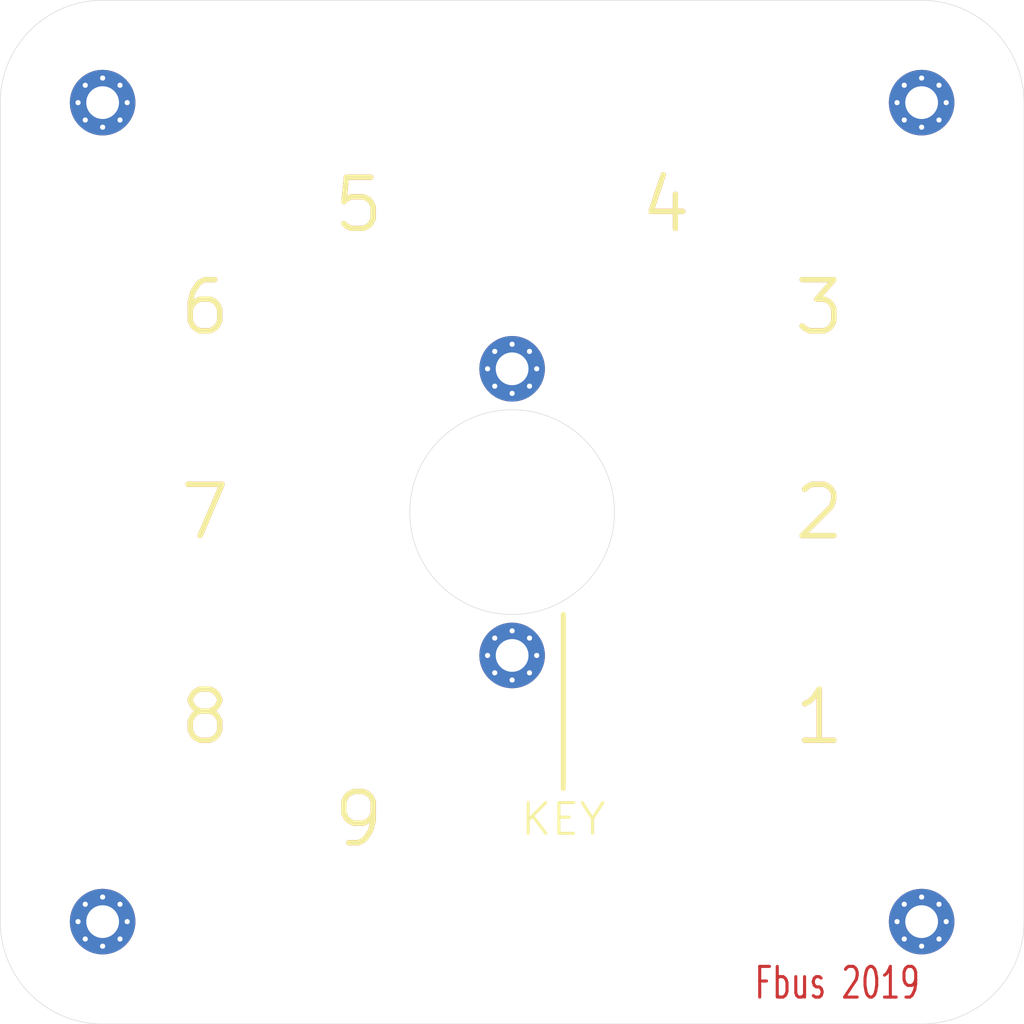
<source format=kicad_pcb>
(kicad_pcb (version 20171130) (host pcbnew "(5.1.4)-1")

  (general
    (thickness 1.6)
    (drawings 30)
    (tracks 0)
    (zones 0)
    (modules 15)
    (nets 1)
  )

  (page A4)
  (layers
    (0 F.Cu signal)
    (31 B.Cu signal)
    (32 B.Adhes user)
    (33 F.Adhes user)
    (34 B.Paste user)
    (35 F.Paste user)
    (36 B.SilkS user)
    (37 F.SilkS user)
    (38 B.Mask user)
    (39 F.Mask user)
    (40 Dwgs.User user)
    (41 Cmts.User user)
    (42 Eco1.User user)
    (43 Eco2.User user)
    (44 Edge.Cuts user)
    (45 Margin user)
    (46 B.CrtYd user)
    (47 F.CrtYd user)
    (48 B.Fab user)
    (49 F.Fab user)
  )

  (setup
    (last_trace_width 0.25)
    (trace_clearance 0.2)
    (zone_clearance 0.508)
    (zone_45_only no)
    (trace_min 0.2)
    (via_size 0.8)
    (via_drill 0.4)
    (via_min_size 0.4)
    (via_min_drill 0.3)
    (uvia_size 0.3)
    (uvia_drill 0.1)
    (uvias_allowed no)
    (uvia_min_size 0.2)
    (uvia_min_drill 0.1)
    (edge_width 0.05)
    (segment_width 0.2)
    (pcb_text_width 0.3)
    (pcb_text_size 1.5 1.5)
    (mod_edge_width 0.12)
    (mod_text_size 1 1)
    (mod_text_width 0.15)
    (pad_size 1.524 1.524)
    (pad_drill 0.762)
    (pad_to_mask_clearance 0.051)
    (solder_mask_min_width 0.25)
    (aux_axis_origin 0 0)
    (visible_elements 7FFFFFFF)
    (pcbplotparams
      (layerselection 0x010fc_ffffffff)
      (usegerberextensions false)
      (usegerberattributes false)
      (usegerberadvancedattributes false)
      (creategerberjobfile false)
      (excludeedgelayer true)
      (linewidth 0.100000)
      (plotframeref false)
      (viasonmask false)
      (mode 1)
      (useauxorigin false)
      (hpglpennumber 1)
      (hpglpenspeed 20)
      (hpglpendiameter 15.000000)
      (psnegative false)
      (psa4output false)
      (plotreference true)
      (plotvalue true)
      (plotinvisibletext false)
      (padsonsilk false)
      (subtractmaskfromsilk false)
      (outputformat 1)
      (mirror false)
      (drillshape 0)
      (scaleselection 1)
      (outputdirectory "gerbers/"))
  )

  (net 0 "")

  (net_class Default "This is the default net class."
    (clearance 0.2)
    (trace_width 0.25)
    (via_dia 0.8)
    (via_drill 0.4)
    (uvia_dia 0.3)
    (uvia_drill 0.1)
  )

  (module MountingHole:MountingHole_8.4mm_M8 (layer F.Cu) (tedit 56D1B4CB) (tstamp 5D9E1410)
    (at 60 120)
    (descr "Mounting Hole 8.4mm, no annular, M8")
    (tags "mounting hole 8.4mm no annular m8")
    (attr virtual)
    (fp_text reference REF** (at 0 -9.4) (layer F.SilkS) hide
      (effects (font (size 1 1) (thickness 0.15)))
    )
    (fp_text value MountingHole_8.4mm_M8 (at 0 9.4) (layer F.Fab) hide
      (effects (font (size 1 1) (thickness 0.15)))
    )
    (fp_circle (center 0 0) (end 8.65 0) (layer F.CrtYd) (width 0.05))
    (fp_circle (center 0 0) (end 8.4 0) (layer Cmts.User) (width 0.15))
    (fp_text user %R (at 0.3 0) (layer F.Fab) hide
      (effects (font (size 1 1) (thickness 0.15)))
    )
    (pad 1 np_thru_hole circle (at 0 0) (size 8.4 8.4) (drill 8.4) (layers *.Cu *.Mask))
  )

  (module MountingHole:MountingHole_8.4mm_M8 (layer F.Cu) (tedit 56D1B4CB) (tstamp 5D9E5CEF)
    (at 60 80)
    (descr "Mounting Hole 8.4mm, no annular, M8")
    (tags "mounting hole 8.4mm no annular m8")
    (attr virtual)
    (fp_text reference REF** (at 0 -9.4) (layer F.SilkS) hide
      (effects (font (size 1 1) (thickness 0.15)))
    )
    (fp_text value MountingHole_8.4mm_M8 (at 0 9.4) (layer F.Fab) hide
      (effects (font (size 1 1) (thickness 0.15)))
    )
    (fp_text user %R (at 0.3 0) (layer F.Fab) hide
      (effects (font (size 1 1) (thickness 0.15)))
    )
    (fp_circle (center 0 0) (end 8.4 0) (layer Cmts.User) (width 0.15))
    (fp_circle (center 0 0) (end 8.65 0) (layer F.CrtYd) (width 0.05))
    (pad 1 np_thru_hole circle (at 0 0) (size 8.4 8.4) (drill 8.4) (layers *.Cu *.Mask))
  )

  (module MountingHole:MountingHole_8.4mm_M8 (layer F.Cu) (tedit 56D1B4CB) (tstamp 5D9E5CBB)
    (at 60 100)
    (descr "Mounting Hole 8.4mm, no annular, M8")
    (tags "mounting hole 8.4mm no annular m8")
    (attr virtual)
    (fp_text reference REF** (at 0 -9.4) (layer F.SilkS) hide
      (effects (font (size 1 1) (thickness 0.15)))
    )
    (fp_text value MountingHole_8.4mm_M8 (at 0 9.4) (layer F.Fab) hide
      (effects (font (size 1 1) (thickness 0.15)))
    )
    (fp_circle (center 0 0) (end 8.65 0) (layer F.CrtYd) (width 0.05))
    (fp_circle (center 0 0) (end 8.4 0) (layer Cmts.User) (width 0.15))
    (fp_text user %R (at 0.3 0) (layer F.Fab) hide
      (effects (font (size 1 1) (thickness 0.15)))
    )
    (pad 1 np_thru_hole circle (at 0 0) (size 8.4 8.4) (drill 8.4) (layers *.Cu *.Mask))
  )

  (module MountingHole:MountingHole_8.4mm_M8 (layer F.Cu) (tedit 56D1B4CB) (tstamp 5D9E5CAD)
    (at 85 140)
    (descr "Mounting Hole 8.4mm, no annular, M8")
    (tags "mounting hole 8.4mm no annular m8")
    (attr virtual)
    (fp_text reference REF** (at 0 -9.4) (layer F.SilkS) hide
      (effects (font (size 1 1) (thickness 0.15)))
    )
    (fp_text value MountingHole_8.4mm_M8 (at 0 9.4) (layer F.Fab) hide
      (effects (font (size 1 1) (thickness 0.15)))
    )
    (fp_text user %R (at 0.3 0) (layer F.Fab) hide
      (effects (font (size 1 1) (thickness 0.15)))
    )
    (fp_circle (center 0 0) (end 8.4 0) (layer Cmts.User) (width 0.15))
    (fp_circle (center 0 0) (end 8.65 0) (layer F.CrtYd) (width 0.05))
    (pad 1 np_thru_hole circle (at 0 0) (size 8.4 8.4) (drill 8.4) (layers *.Cu *.Mask))
  )

  (module MountingHole:MountingHole_8.4mm_M8 (layer F.Cu) (tedit 56D1B4CB) (tstamp 5D9E5C9F)
    (at 140 120)
    (descr "Mounting Hole 8.4mm, no annular, M8")
    (tags "mounting hole 8.4mm no annular m8")
    (attr virtual)
    (fp_text reference REF** (at 0 -9.4) (layer F.SilkS) hide
      (effects (font (size 1 1) (thickness 0.15)))
    )
    (fp_text value MountingHole_8.4mm_M8 (at 0 9.4) (layer F.Fab) hide
      (effects (font (size 1 1) (thickness 0.15)))
    )
    (fp_circle (center 0 0) (end 8.65 0) (layer F.CrtYd) (width 0.05))
    (fp_circle (center 0 0) (end 8.4 0) (layer Cmts.User) (width 0.15))
    (fp_text user %R (at 0.3 0) (layer F.Fab) hide
      (effects (font (size 1 1) (thickness 0.15)))
    )
    (pad 1 np_thru_hole circle (at 0 0) (size 8.4 8.4) (drill 8.4) (layers *.Cu *.Mask))
  )

  (module MountingHole:MountingHole_8.4mm_M8 (layer F.Cu) (tedit 56D1B4CB) (tstamp 5D9E5C91)
    (at 140 100)
    (descr "Mounting Hole 8.4mm, no annular, M8")
    (tags "mounting hole 8.4mm no annular m8")
    (attr virtual)
    (fp_text reference REF** (at 0 -9.4) (layer F.SilkS) hide
      (effects (font (size 1 1) (thickness 0.15)))
    )
    (fp_text value MountingHole_8.4mm_M8 (at 0 9.4) (layer F.Fab) hide
      (effects (font (size 1 1) (thickness 0.15)))
    )
    (fp_text user %R (at 0.3 0) (layer F.Fab) hide
      (effects (font (size 1 1) (thickness 0.15)))
    )
    (fp_circle (center 0 0) (end 8.4 0) (layer Cmts.User) (width 0.15))
    (fp_circle (center 0 0) (end 8.65 0) (layer F.CrtYd) (width 0.05))
    (pad 1 np_thru_hole circle (at 0 0) (size 8.4 8.4) (drill 8.4) (layers *.Cu *.Mask))
  )

  (module MountingHole:MountingHole_8.4mm_M8 (layer F.Cu) (tedit 56D1B4CB) (tstamp 5D9E1369)
    (at 140 80)
    (descr "Mounting Hole 8.4mm, no annular, M8")
    (tags "mounting hole 8.4mm no annular m8")
    (attr virtual)
    (fp_text reference REF** (at 0 -9.4) (layer F.SilkS) hide
      (effects (font (size 1 1) (thickness 0.15)))
    )
    (fp_text value MountingHole_8.4mm_M8 (at 0 9.4) (layer F.Fab) hide
      (effects (font (size 1 1) (thickness 0.15)))
    )
    (fp_circle (center 0 0) (end 8.65 0) (layer F.CrtYd) (width 0.05))
    (fp_circle (center 0 0) (end 8.4 0) (layer Cmts.User) (width 0.15))
    (fp_text user %R (at 0.3 0) (layer F.Fab) hide
      (effects (font (size 1 1) (thickness 0.15)))
    )
    (pad 1 np_thru_hole circle (at 0 0) (size 8.4 8.4) (drill 8.4) (layers *.Cu *.Mask))
  )

  (module MountingHole:MountingHole_8.4mm_M8 (layer F.Cu) (tedit 56D1B4CB) (tstamp 5D9E5C75)
    (at 115 60)
    (descr "Mounting Hole 8.4mm, no annular, M8")
    (tags "mounting hole 8.4mm no annular m8")
    (attr virtual)
    (fp_text reference REF** (at 0 -9.4) (layer F.SilkS) hide
      (effects (font (size 1 1) (thickness 0.15)))
    )
    (fp_text value MountingHole_8.4mm_M8 (at 0 9.4) (layer F.Fab) hide
      (effects (font (size 1 1) (thickness 0.15)))
    )
    (fp_text user %R (at 0.3 0) (layer F.Fab) hide
      (effects (font (size 1 1) (thickness 0.15)))
    )
    (fp_circle (center 0 0) (end 8.4 0) (layer Cmts.User) (width 0.15))
    (fp_circle (center 0 0) (end 8.65 0) (layer F.CrtYd) (width 0.05))
    (pad 1 np_thru_hole circle (at 0 0) (size 8.4 8.4) (drill 8.4) (layers *.Cu *.Mask))
  )

  (module MountingHole:MountingHole_8.4mm_M8 (layer F.Cu) (tedit 56D1B4CB) (tstamp 5D9E5C2C)
    (at 85 60)
    (descr "Mounting Hole 8.4mm, no annular, M8")
    (tags "mounting hole 8.4mm no annular m8")
    (attr virtual)
    (fp_text reference REF** (at 0 -9.4) (layer F.SilkS) hide
      (effects (font (size 1 1) (thickness 0.15)))
    )
    (fp_text value MountingHole_8.4mm_M8 (at 0 9.4) (layer F.Fab) hide
      (effects (font (size 1 1) (thickness 0.15)))
    )
    (fp_circle (center 0 0) (end 8.65 0) (layer F.CrtYd) (width 0.05))
    (fp_circle (center 0 0) (end 8.4 0) (layer Cmts.User) (width 0.15))
    (fp_text user %R (at 0.3 0) (layer F.Fab) hide
      (effects (font (size 1 1) (thickness 0.15)))
    )
    (pad 1 np_thru_hole circle (at 0 0) (size 8.4 8.4) (drill 8.4) (layers *.Cu *.Mask))
  )

  (module MountingHole:MountingHole_3.2mm_M3_Pad_Via (layer F.Cu) (tedit 56DDBCCA) (tstamp 5D9E586B)
    (at 100 86)
    (descr "Mounting Hole 3.2mm, M3")
    (tags "mounting hole 3.2mm m3")
    (attr virtual)
    (fp_text reference e (at 0 -4.2) (layer F.SilkS) hide
      (effects (font (size 1 1) (thickness 0.15)))
    )
    (fp_text value MountingHole_3.2mm_M3_Pad_Via (at 0 4.2) (layer F.Fab) hide
      (effects (font (size 1 1) (thickness 0.15)))
    )
    (fp_text user %R (at 0.3 0) (layer F.Fab) hide
      (effects (font (size 1 1) (thickness 0.15)))
    )
    (fp_circle (center 0 0) (end 3.2 0) (layer Cmts.User) (width 0.15))
    (fp_circle (center 0 0) (end 3.45 0) (layer F.CrtYd) (width 0.05))
    (pad 1 thru_hole circle (at 0 0) (size 6.4 6.4) (drill 3.2) (layers *.Cu *.Mask))
    (pad 1 thru_hole circle (at 2.4 0) (size 0.8 0.8) (drill 0.5) (layers *.Cu *.Mask))
    (pad 1 thru_hole circle (at 1.697056 1.697056) (size 0.8 0.8) (drill 0.5) (layers *.Cu *.Mask))
    (pad 1 thru_hole circle (at 0 2.4) (size 0.8 0.8) (drill 0.5) (layers *.Cu *.Mask))
    (pad 1 thru_hole circle (at -1.697056 1.697056) (size 0.8 0.8) (drill 0.5) (layers *.Cu *.Mask))
    (pad 1 thru_hole circle (at -2.4 0) (size 0.8 0.8) (drill 0.5) (layers *.Cu *.Mask))
    (pad 1 thru_hole circle (at -1.697056 -1.697056) (size 0.8 0.8) (drill 0.5) (layers *.Cu *.Mask))
    (pad 1 thru_hole circle (at 0 -2.4) (size 0.8 0.8) (drill 0.5) (layers *.Cu *.Mask))
    (pad 1 thru_hole circle (at 1.697056 -1.697056) (size 0.8 0.8) (drill 0.5) (layers *.Cu *.Mask))
  )

  (module MountingHole:MountingHole_3.2mm_M3_Pad_Via (layer F.Cu) (tedit 56DDBCCA) (tstamp 5D9E584D)
    (at 100 114)
    (descr "Mounting Hole 3.2mm, M3")
    (tags "mounting hole 3.2mm m3")
    (attr virtual)
    (fp_text reference e (at 0 -4.2) (layer F.SilkS) hide
      (effects (font (size 1 1) (thickness 0.15)))
    )
    (fp_text value MountingHole_3.2mm_M3_Pad_Via (at 0 4.2) (layer F.Fab) hide
      (effects (font (size 1 1) (thickness 0.15)))
    )
    (fp_circle (center 0 0) (end 3.45 0) (layer F.CrtYd) (width 0.05))
    (fp_circle (center 0 0) (end 3.2 0) (layer Cmts.User) (width 0.15))
    (fp_text user %R (at 0.3 0) (layer F.Fab) hide
      (effects (font (size 1 1) (thickness 0.15)))
    )
    (pad 1 thru_hole circle (at 1.697056 -1.697056) (size 0.8 0.8) (drill 0.5) (layers *.Cu *.Mask))
    (pad 1 thru_hole circle (at 0 -2.4) (size 0.8 0.8) (drill 0.5) (layers *.Cu *.Mask))
    (pad 1 thru_hole circle (at -1.697056 -1.697056) (size 0.8 0.8) (drill 0.5) (layers *.Cu *.Mask))
    (pad 1 thru_hole circle (at -2.4 0) (size 0.8 0.8) (drill 0.5) (layers *.Cu *.Mask))
    (pad 1 thru_hole circle (at -1.697056 1.697056) (size 0.8 0.8) (drill 0.5) (layers *.Cu *.Mask))
    (pad 1 thru_hole circle (at 0 2.4) (size 0.8 0.8) (drill 0.5) (layers *.Cu *.Mask))
    (pad 1 thru_hole circle (at 1.697056 1.697056) (size 0.8 0.8) (drill 0.5) (layers *.Cu *.Mask))
    (pad 1 thru_hole circle (at 2.4 0) (size 0.8 0.8) (drill 0.5) (layers *.Cu *.Mask))
    (pad 1 thru_hole circle (at 0 0) (size 6.4 6.4) (drill 3.2) (layers *.Cu *.Mask))
  )

  (module MountingHole:MountingHole_3.2mm_M3_Pad_Via (layer F.Cu) (tedit 56DDBCCA) (tstamp 5D9E582F)
    (at 140 140)
    (descr "Mounting Hole 3.2mm, M3")
    (tags "mounting hole 3.2mm m3")
    (attr virtual)
    (fp_text reference e (at 0 -4.2) (layer F.SilkS) hide
      (effects (font (size 1 1) (thickness 0.15)))
    )
    (fp_text value MountingHole_3.2mm_M3_Pad_Via (at 0 4.2) (layer F.Fab) hide
      (effects (font (size 1 1) (thickness 0.15)))
    )
    (fp_text user %R (at 0.3 0) (layer F.Fab) hide
      (effects (font (size 1 1) (thickness 0.15)))
    )
    (fp_circle (center 0 0) (end 3.2 0) (layer Cmts.User) (width 0.15))
    (fp_circle (center 0 0) (end 3.45 0) (layer F.CrtYd) (width 0.05))
    (pad 1 thru_hole circle (at 0 0) (size 6.4 6.4) (drill 3.2) (layers *.Cu *.Mask))
    (pad 1 thru_hole circle (at 2.4 0) (size 0.8 0.8) (drill 0.5) (layers *.Cu *.Mask))
    (pad 1 thru_hole circle (at 1.697056 1.697056) (size 0.8 0.8) (drill 0.5) (layers *.Cu *.Mask))
    (pad 1 thru_hole circle (at 0 2.4) (size 0.8 0.8) (drill 0.5) (layers *.Cu *.Mask))
    (pad 1 thru_hole circle (at -1.697056 1.697056) (size 0.8 0.8) (drill 0.5) (layers *.Cu *.Mask))
    (pad 1 thru_hole circle (at -2.4 0) (size 0.8 0.8) (drill 0.5) (layers *.Cu *.Mask))
    (pad 1 thru_hole circle (at -1.697056 -1.697056) (size 0.8 0.8) (drill 0.5) (layers *.Cu *.Mask))
    (pad 1 thru_hole circle (at 0 -2.4) (size 0.8 0.8) (drill 0.5) (layers *.Cu *.Mask))
    (pad 1 thru_hole circle (at 1.697056 -1.697056) (size 0.8 0.8) (drill 0.5) (layers *.Cu *.Mask))
  )

  (module MountingHole:MountingHole_3.2mm_M3_Pad_Via (layer F.Cu) (tedit 56DDBCCA) (tstamp 5D9E5811)
    (at 60 140)
    (descr "Mounting Hole 3.2mm, M3")
    (tags "mounting hole 3.2mm m3")
    (attr virtual)
    (fp_text reference e (at 0 -4.2) (layer F.SilkS) hide
      (effects (font (size 1 1) (thickness 0.15)))
    )
    (fp_text value MountingHole_3.2mm_M3_Pad_Via (at 0 4.2) (layer F.Fab) hide
      (effects (font (size 1 1) (thickness 0.15)))
    )
    (fp_circle (center 0 0) (end 3.45 0) (layer F.CrtYd) (width 0.05))
    (fp_circle (center 0 0) (end 3.2 0) (layer Cmts.User) (width 0.15))
    (fp_text user %R (at 0.3 0) (layer F.Fab) hide
      (effects (font (size 1 1) (thickness 0.15)))
    )
    (pad 1 thru_hole circle (at 1.697056 -1.697056) (size 0.8 0.8) (drill 0.5) (layers *.Cu *.Mask))
    (pad 1 thru_hole circle (at 0 -2.4) (size 0.8 0.8) (drill 0.5) (layers *.Cu *.Mask))
    (pad 1 thru_hole circle (at -1.697056 -1.697056) (size 0.8 0.8) (drill 0.5) (layers *.Cu *.Mask))
    (pad 1 thru_hole circle (at -2.4 0) (size 0.8 0.8) (drill 0.5) (layers *.Cu *.Mask))
    (pad 1 thru_hole circle (at -1.697056 1.697056) (size 0.8 0.8) (drill 0.5) (layers *.Cu *.Mask))
    (pad 1 thru_hole circle (at 0 2.4) (size 0.8 0.8) (drill 0.5) (layers *.Cu *.Mask))
    (pad 1 thru_hole circle (at 1.697056 1.697056) (size 0.8 0.8) (drill 0.5) (layers *.Cu *.Mask))
    (pad 1 thru_hole circle (at 2.4 0) (size 0.8 0.8) (drill 0.5) (layers *.Cu *.Mask))
    (pad 1 thru_hole circle (at 0 0) (size 6.4 6.4) (drill 3.2) (layers *.Cu *.Mask))
  )

  (module MountingHole:MountingHole_3.2mm_M3_Pad_Via (layer F.Cu) (tedit 56DDBCCA) (tstamp 5D9E57F3)
    (at 60 60)
    (descr "Mounting Hole 3.2mm, M3")
    (tags "mounting hole 3.2mm m3")
    (attr virtual)
    (fp_text reference e (at 0 -4.2) (layer F.SilkS) hide
      (effects (font (size 1 1) (thickness 0.15)))
    )
    (fp_text value MountingHole_3.2mm_M3_Pad_Via (at 0 4.2) (layer F.Fab) hide
      (effects (font (size 1 1) (thickness 0.15)))
    )
    (fp_text user %R (at 0.3 0) (layer F.Fab) hide
      (effects (font (size 1 1) (thickness 0.15)))
    )
    (fp_circle (center 0 0) (end 3.2 0) (layer Cmts.User) (width 0.15))
    (fp_circle (center 0 0) (end 3.45 0) (layer F.CrtYd) (width 0.05))
    (pad 1 thru_hole circle (at 0 0) (size 6.4 6.4) (drill 3.2) (layers *.Cu *.Mask))
    (pad 1 thru_hole circle (at 2.4 0) (size 0.8 0.8) (drill 0.5) (layers *.Cu *.Mask))
    (pad 1 thru_hole circle (at 1.697056 1.697056) (size 0.8 0.8) (drill 0.5) (layers *.Cu *.Mask))
    (pad 1 thru_hole circle (at 0 2.4) (size 0.8 0.8) (drill 0.5) (layers *.Cu *.Mask))
    (pad 1 thru_hole circle (at -1.697056 1.697056) (size 0.8 0.8) (drill 0.5) (layers *.Cu *.Mask))
    (pad 1 thru_hole circle (at -2.4 0) (size 0.8 0.8) (drill 0.5) (layers *.Cu *.Mask))
    (pad 1 thru_hole circle (at -1.697056 -1.697056) (size 0.8 0.8) (drill 0.5) (layers *.Cu *.Mask))
    (pad 1 thru_hole circle (at 0 -2.4) (size 0.8 0.8) (drill 0.5) (layers *.Cu *.Mask))
    (pad 1 thru_hole circle (at 1.697056 -1.697056) (size 0.8 0.8) (drill 0.5) (layers *.Cu *.Mask))
  )

  (module MountingHole:MountingHole_3.2mm_M3_Pad_Via (layer F.Cu) (tedit 56DDBCCA) (tstamp 5D9E579B)
    (at 140 60)
    (descr "Mounting Hole 3.2mm, M3")
    (tags "mounting hole 3.2mm m3")
    (attr virtual)
    (fp_text reference e (at 0 -4.2) (layer F.SilkS) hide
      (effects (font (size 1 1) (thickness 0.15)))
    )
    (fp_text value MountingHole_3.2mm_M3_Pad_Via (at 0 4.2) (layer F.Fab) hide
      (effects (font (size 1 1) (thickness 0.15)))
    )
    (fp_circle (center 0 0) (end 3.45 0) (layer F.CrtYd) (width 0.05))
    (fp_circle (center 0 0) (end 3.2 0) (layer Cmts.User) (width 0.15))
    (fp_text user %R (at 0.3 0) (layer F.Fab) hide
      (effects (font (size 1 1) (thickness 0.15)))
    )
    (pad 1 thru_hole circle (at 1.697056 -1.697056) (size 0.8 0.8) (drill 0.5) (layers *.Cu *.Mask))
    (pad 1 thru_hole circle (at 0 -2.4) (size 0.8 0.8) (drill 0.5) (layers *.Cu *.Mask))
    (pad 1 thru_hole circle (at -1.697056 -1.697056) (size 0.8 0.8) (drill 0.5) (layers *.Cu *.Mask))
    (pad 1 thru_hole circle (at -2.4 0) (size 0.8 0.8) (drill 0.5) (layers *.Cu *.Mask))
    (pad 1 thru_hole circle (at -1.697056 1.697056) (size 0.8 0.8) (drill 0.5) (layers *.Cu *.Mask))
    (pad 1 thru_hole circle (at 0 2.4) (size 0.8 0.8) (drill 0.5) (layers *.Cu *.Mask))
    (pad 1 thru_hole circle (at 1.697056 1.697056) (size 0.8 0.8) (drill 0.5) (layers *.Cu *.Mask))
    (pad 1 thru_hole circle (at 2.4 0) (size 0.8 0.8) (drill 0.5) (layers *.Cu *.Mask))
    (pad 1 thru_hole circle (at 0 0) (size 6.4 6.4) (drill 3.2) (layers *.Cu *.Mask))
  )

  (gr_text 8 (at 70 120) (layer F.SilkS) (tstamp 5D9E1431)
    (effects (font (size 5 5) (thickness 0.5)))
  )
  (gr_text 8 (at 70 120) (layer F.Cu) (tstamp 5D9E142D)
    (effects (font (size 5 5) (thickness 0.5)))
  )
  (gr_text KEY (at 105 130) (layer F.SilkS)
    (effects (font (size 3 3) (thickness 0.3)))
  )
  (gr_line (start 105 110) (end 105 127) (layer F.SilkS) (width 0.5))
  (gr_text 9 (at 85 130) (layer F.SilkS) (tstamp 5D9E0268)
    (effects (font (size 5 5) (thickness 0.5)))
  )
  (gr_text 7 (at 70 100) (layer F.SilkS) (tstamp 5D9E0264)
    (effects (font (size 5 5) (thickness 0.5)))
  )
  (gr_text 6 (at 70 80) (layer F.SilkS) (tstamp 5D9E0260)
    (effects (font (size 5 5) (thickness 0.5)))
  )
  (gr_text 5 (at 85 70) (layer F.SilkS) (tstamp 5D9E025C)
    (effects (font (size 5 5) (thickness 0.5)))
  )
  (gr_text 4 (at 115 70) (layer F.SilkS) (tstamp 5D9E0258)
    (effects (font (size 5 5) (thickness 0.5)))
  )
  (gr_text 3 (at 130 80) (layer F.SilkS) (tstamp 5D9E0254)
    (effects (font (size 5 5) (thickness 0.5)))
  )
  (gr_text 2 (at 130 100) (layer F.SilkS) (tstamp 5D9E024A)
    (effects (font (size 5 5) (thickness 0.5)))
  )
  (gr_text 1 (at 130 120) (layer F.SilkS) (tstamp 5D9E023E)
    (effects (font (size 5 5) (thickness 0.5)))
  )
  (gr_text 9 (at 85 130) (layer F.Cu)
    (effects (font (size 5 5) (thickness 0.5)))
  )
  (gr_text 7 (at 70 100) (layer F.Cu)
    (effects (font (size 5 5) (thickness 0.5)))
  )
  (gr_text 6 (at 70 80) (layer F.Cu)
    (effects (font (size 5 5) (thickness 0.5)))
  )
  (gr_text 5 (at 85 70) (layer F.Cu)
    (effects (font (size 5 5) (thickness 0.5)))
  )
  (gr_text 4 (at 115 70) (layer F.Cu)
    (effects (font (size 5 5) (thickness 0.5)))
  )
  (gr_text 3 (at 130 80) (layer F.Cu)
    (effects (font (size 5 5) (thickness 0.5)))
  )
  (gr_text 2 (at 130 100) (layer F.Cu)
    (effects (font (size 5 5) (thickness 0.5)))
  )
  (gr_text 1 (at 130 120) (layer F.Cu)
    (effects (font (size 5 5) (thickness 0.5)))
  )
  (gr_text "Fbus 2019" (at 140 146) (layer F.Cu)
    (effects (font (size 3 2) (thickness 0.3)) (justify right))
  )
  (gr_circle (center 100 100) (end 110 100) (layer Edge.Cuts) (width 0.05))
  (gr_arc (start 140 60) (end 140 50) (angle 90) (layer Edge.Cuts) (width 0.05) (tstamp 5D9DFED1))
  (gr_arc (start 60 140) (end 60 150) (angle 90) (layer Edge.Cuts) (width 0.05) (tstamp 5D9DFECF))
  (gr_arc (start 140 140) (end 150 140) (angle 90) (layer Edge.Cuts) (width 0.05) (tstamp 5D9DFECC))
  (gr_arc (start 60 60) (end 50 60) (angle 90) (layer Edge.Cuts) (width 0.05))
  (gr_line (start 150 60) (end 150 140) (layer Edge.Cuts) (width 0.05) (tstamp 5D9DFE72))
  (gr_line (start 60 150) (end 140 150) (layer Edge.Cuts) (width 0.05))
  (gr_line (start 50 60) (end 50 140) (layer Edge.Cuts) (width 0.05))
  (gr_line (start 60 50) (end 140 50) (layer Edge.Cuts) (width 0.05))

)

</source>
